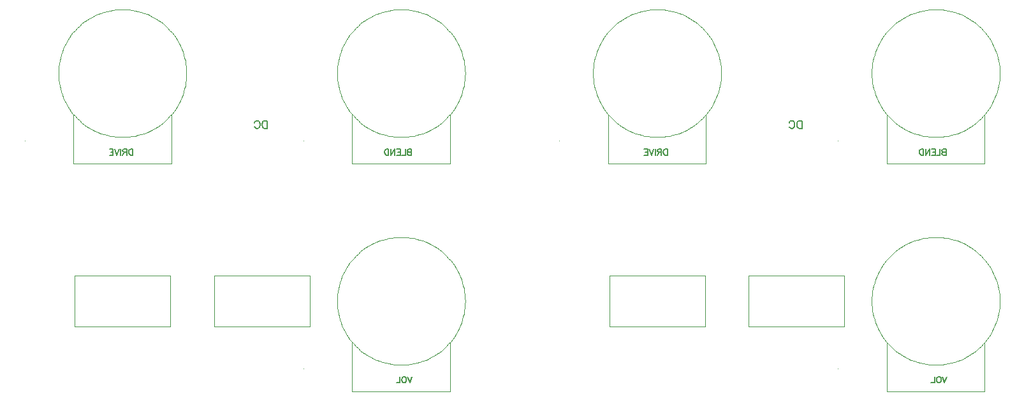
<source format=gbo>
%FSLAX46Y46*%
%MOMM*%
%ADD11C,0.050000*%
%ADD10C,0.150000*%
G01*
G01*
%LPD*%
D10*
X40209524Y68973808D02*
X40209524Y69973808D01*
D10*
X39876192Y69973808D02*
X40209524Y69973808D01*
D10*
X39733332Y69926192D02*
X39876192Y69973808D01*
D10*
X39638096Y69830952D02*
X39733332Y69926192D01*
D10*
X39590476Y69735712D02*
X39638096Y69830952D01*
D10*
X39542856Y69592856D02*
X39590476Y69735712D01*
D10*
X39542856Y69354760D02*
X39542856Y69592856D01*
D10*
X39590476Y69211904D02*
X39542856Y69354760D01*
D10*
X39638096Y69116664D02*
X39590476Y69211904D01*
D10*
X39733332Y69021432D02*
X39638096Y69116664D01*
D10*
X39876192Y68973808D02*
X39733332Y69021432D01*
D10*
X40209524Y68973808D02*
X39876192Y68973808D01*
D10*
X38590476Y69830952D02*
X38542856Y69735712D01*
D10*
X38685716Y69926192D02*
X38590476Y69830952D01*
D10*
X38780952Y69973808D02*
X38685716Y69926192D01*
D10*
X38971428Y69973808D02*
X38780952Y69973808D01*
D10*
X39066668Y69926192D02*
X38971428Y69973808D01*
D10*
X39161904Y69830952D02*
X39066668Y69926192D01*
D10*
X39209524Y69735712D02*
X39161904Y69830952D01*
D10*
X39257144Y69592856D02*
X39209524Y69735712D01*
D10*
X39257144Y69354760D02*
X39257144Y69592856D01*
D10*
X39209524Y69211904D02*
X39257144Y69354760D01*
D10*
X39161904Y69116664D02*
X39209524Y69211904D01*
D10*
X39066668Y69021432D02*
X39161904Y69116664D01*
D10*
X38971428Y68973808D02*
X39066668Y69021432D01*
D10*
X38780952Y68973808D02*
X38971428Y68973808D01*
D10*
X38685716Y69021432D02*
X38780952Y68973808D01*
D10*
X38590476Y69116664D02*
X38685716Y69021432D01*
D10*
X38542856Y69211904D02*
X38590476Y69116664D01*
D10*
X59157144Y35119048D02*
X59461904Y35919048D01*
D10*
X59157144Y35119048D02*
X58852380Y35919048D01*
D10*
X58547620Y35880952D02*
X58471428Y35919048D01*
D10*
X58623808Y35804760D02*
X58547620Y35880952D01*
D10*
X58661904Y35728572D02*
X58623808Y35804760D01*
D10*
X58700000Y35614284D02*
X58661904Y35728572D01*
D10*
X58700000Y35423808D02*
X58700000Y35614284D01*
D10*
X58661904Y35309524D02*
X58700000Y35423808D01*
D10*
X58623808Y35233332D02*
X58661904Y35309524D01*
D10*
X58547620Y35157144D02*
X58623808Y35233332D01*
D10*
X58471428Y35119048D02*
X58547620Y35157144D01*
D10*
X58319048Y35119048D02*
X58471428Y35119048D01*
D10*
X58242856Y35157144D02*
X58319048Y35119048D01*
D10*
X58166668Y35233332D02*
X58242856Y35157144D01*
D10*
X58128572Y35309524D02*
X58166668Y35233332D01*
D10*
X58090476Y35423808D02*
X58128572Y35309524D01*
D10*
X58090476Y35614284D02*
X58090476Y35423808D01*
D10*
X58128572Y35728572D02*
X58090476Y35614284D01*
D10*
X58166668Y35804760D02*
X58128572Y35728572D01*
D10*
X58242856Y35880952D02*
X58166668Y35804760D01*
D10*
X58319048Y35919048D02*
X58242856Y35880952D01*
D10*
X58471428Y35919048D02*
X58319048Y35919048D01*
D10*
X57823808Y35119048D02*
X57823808Y35919048D01*
D10*
X57366668Y35119048D02*
X57823808Y35119048D01*
D10*
X59347620Y65419048D02*
X59347620Y66219048D01*
D10*
X59004760Y66219048D02*
X59347620Y66219048D01*
D10*
X58890476Y66180952D02*
X59004760Y66219048D01*
D10*
X58852380Y66142856D02*
X58890476Y66180952D01*
D10*
X58814284Y66066668D02*
X58852380Y66142856D01*
D10*
X58814284Y65990476D02*
X58814284Y66066668D01*
D10*
X58852380Y65914284D02*
X58814284Y65990476D01*
D10*
X58890476Y65876192D02*
X58852380Y65914284D01*
D10*
X59004760Y65838096D02*
X58890476Y65876192D01*
D10*
X59004760Y65838096D02*
X59347620Y65838096D01*
D10*
X58890476Y65800000D02*
X59004760Y65838096D01*
D10*
X58852380Y65761904D02*
X58890476Y65800000D01*
D10*
X58814284Y65685716D02*
X58852380Y65761904D01*
D10*
X58814284Y65571428D02*
X58814284Y65685716D01*
D10*
X58852380Y65495240D02*
X58814284Y65571428D01*
D10*
X58890476Y65457144D02*
X58852380Y65495240D01*
D10*
X59004760Y65419048D02*
X58890476Y65457144D01*
D10*
X59347620Y65419048D02*
X59004760Y65419048D01*
D10*
X58547620Y65419048D02*
X58547620Y66219048D01*
D10*
X58090476Y65419048D02*
X58547620Y65419048D01*
D10*
X57900000Y65419048D02*
X57900000Y66219048D01*
D10*
X57404760Y66219048D02*
X57900000Y66219048D01*
D10*
X57595240Y65838096D02*
X57900000Y65838096D01*
D10*
X57404760Y65419048D02*
X57900000Y65419048D01*
D10*
X57176192Y65419048D02*
X57176192Y66219048D01*
D10*
X56642856Y65419048D02*
X57176192Y66219048D01*
D10*
X56642856Y65419048D02*
X56642856Y66219048D01*
D10*
X56338096Y65419048D02*
X56338096Y66219048D01*
D10*
X56071428Y66219048D02*
X56338096Y66219048D01*
D10*
X55957144Y66180952D02*
X56071428Y66219048D01*
D10*
X55880952Y66104760D02*
X55957144Y66180952D01*
D10*
X55842856Y66028572D02*
X55880952Y66104760D01*
D10*
X55804760Y65914284D02*
X55842856Y66028572D01*
D10*
X55804760Y65723808D02*
X55804760Y65914284D01*
D10*
X55842856Y65609524D02*
X55804760Y65723808D01*
D10*
X55880952Y65533332D02*
X55842856Y65609524D01*
D10*
X55957144Y65457144D02*
X55880952Y65533332D01*
D10*
X56071428Y65419048D02*
X55957144Y65457144D01*
D10*
X56338096Y65419048D02*
X56071428Y65419048D01*
D10*
X22347620Y65419048D02*
X22347620Y66219048D01*
D10*
X22080952Y66219048D02*
X22347620Y66219048D01*
D10*
X21966666Y66180952D02*
X22080952Y66219048D01*
D10*
X21890476Y66104760D02*
X21966666Y66180952D01*
D10*
X21852380Y66028572D02*
X21890476Y66104760D01*
D10*
X21814286Y65914284D02*
X21852380Y66028572D01*
D10*
X21814286Y65723808D02*
X21814286Y65914284D01*
D10*
X21852380Y65609524D02*
X21814286Y65723808D01*
D10*
X21890476Y65533332D02*
X21852380Y65609524D01*
D10*
X21966666Y65457144D02*
X21890476Y65533332D01*
D10*
X22080952Y65419048D02*
X21966666Y65457144D01*
D10*
X22347620Y65419048D02*
X22080952Y65419048D01*
D10*
X21547620Y65419048D02*
X21547620Y66219048D01*
D10*
X21204762Y66219048D02*
X21547620Y66219048D01*
D10*
X21090476Y66180952D02*
X21204762Y66219048D01*
D10*
X21052380Y66142856D02*
X21090476Y66180952D01*
D10*
X21014286Y66066668D02*
X21052380Y66142856D01*
D10*
X21014286Y65990476D02*
X21014286Y66066668D01*
D10*
X21052380Y65914284D02*
X21014286Y65990476D01*
D10*
X21090476Y65876192D02*
X21052380Y65914284D01*
D10*
X21204762Y65838096D02*
X21090476Y65876192D01*
D10*
X21547620Y65838096D02*
X21204762Y65838096D01*
D10*
X21014286Y65419048D02*
X21280952Y65838096D01*
D10*
X20747620Y65419048D02*
X20747620Y66219048D01*
D10*
X20252380Y65419048D02*
X20557142Y66219048D01*
D10*
X20252380Y65419048D02*
X19947620Y66219048D01*
D10*
X19757142Y65419048D02*
X19757142Y66219048D01*
D10*
X19261904Y66219048D02*
X19757142Y66219048D01*
D10*
X19452380Y65838096D02*
X19757142Y65838096D01*
D10*
X19261904Y65419048D02*
X19757142Y65419048D01*
D11*
X27500000Y64300000D02*
X14500000Y64300000D01*
D11*
X27500000Y70800000D02*
X27500000Y64300000D01*
D11*
X8000000Y67300000D02*
X8000000Y67300000D01*
D11*
X14500000Y64300000D02*
X14500000Y70800000D01*
D11*
X12500000Y76300000D02*
X12510239Y76717075D01*
D11*
X12510239Y76717075D02*
X12540930Y77133145D01*
D11*
X12540930Y77133145D02*
X12592000Y77547209D01*
D11*
X12592000Y77547209D02*
X12663326Y77958267D01*
D11*
X12663326Y77958267D02*
X12754735Y78365331D01*
D11*
X12754735Y78365331D02*
X12866007Y78767420D01*
D11*
X12866007Y78767420D02*
X12996876Y79163563D01*
D11*
X12996876Y79163563D02*
X13147024Y79552809D01*
D11*
X13147024Y79552809D02*
X13316091Y79934218D01*
D11*
X13316091Y79934218D02*
X13503669Y80306872D01*
D11*
X13503669Y80306872D02*
X13709307Y80669873D01*
D11*
X13709307Y80669873D02*
X13932509Y81022347D01*
D11*
X13932509Y81022347D02*
X14172736Y81363444D01*
D11*
X14172736Y81363444D02*
X14429412Y81692343D01*
D11*
X14429412Y81692343D02*
X14701916Y82008251D01*
D11*
X14701916Y82008251D02*
X14989593Y82310408D01*
D11*
X14989593Y82310408D02*
X15291750Y82598085D01*
D11*
X15291750Y82598085D02*
X15607658Y82870589D01*
D11*
X15607658Y82870589D02*
X15936557Y83127265D01*
D11*
X15936557Y83127265D02*
X16277654Y83367492D01*
D11*
X16277654Y83367492D02*
X16630128Y83590694D01*
D11*
X16630128Y83590694D02*
X16993130Y83796331D01*
D11*
X16993130Y83796331D02*
X17365784Y83983909D01*
D11*
X17365784Y83983909D02*
X17747193Y84152977D01*
D11*
X17747193Y84152977D02*
X18136439Y84303125D01*
D11*
X18136439Y84303125D02*
X18532583Y84433993D01*
D11*
X18532583Y84433993D02*
X18934671Y84545266D01*
D11*
X18934671Y84545266D02*
X19341735Y84636675D01*
D11*
X19341735Y84636675D02*
X19752794Y84708001D01*
D11*
X19752794Y84708001D02*
X20166858Y84759071D01*
D11*
X20166858Y84759071D02*
X20582928Y84789761D01*
D11*
X20582928Y84789761D02*
X21000003Y84800000D01*
D11*
X21000003Y84800000D02*
X21417078Y84789761D01*
D11*
X21417078Y84789761D02*
X21833149Y84759070D01*
D11*
X21833149Y84759070D02*
X22247212Y84708000D01*
D11*
X22247212Y84708000D02*
X22658271Y84636674D01*
D11*
X22658271Y84636674D02*
X23065335Y84545264D01*
D11*
X23065335Y84545264D02*
X23467424Y84433991D01*
D11*
X23467424Y84433991D02*
X23863568Y84303123D01*
D11*
X23863568Y84303123D02*
X24252813Y84152974D01*
D11*
X24252813Y84152974D02*
X24634221Y83983907D01*
D11*
X24634221Y83983907D02*
X25006874Y83796329D01*
D11*
X25006874Y83796329D02*
X25369875Y83590692D01*
D11*
X25369875Y83590692D02*
X25722348Y83367491D01*
D11*
X25722348Y83367491D02*
X26063444Y83127264D01*
D11*
X26063444Y83127264D02*
X26392343Y82870589D01*
D11*
X26392343Y82870589D02*
X26708250Y82598085D01*
D11*
X26708250Y82598085D02*
X27010406Y82310409D01*
D11*
X27010406Y82310409D02*
X27298082Y82008253D01*
D11*
X27298082Y82008253D02*
X27570586Y81692346D01*
D11*
X27570586Y81692346D02*
X27827261Y81363447D01*
D11*
X27827261Y81363447D02*
X28067488Y81022351D01*
D11*
X28067488Y81022351D02*
X28290690Y80669878D01*
D11*
X28290690Y80669878D02*
X28496327Y80306878D01*
D11*
X28496327Y80306878D02*
X28683905Y79934225D01*
D11*
X28683905Y79934225D02*
X28852972Y79552817D01*
D11*
X28852972Y79552817D02*
X29003121Y79163572D01*
D11*
X29003121Y79163572D02*
X29133990Y78767429D01*
D11*
X29133990Y78767429D02*
X29245262Y78365342D01*
D11*
X29245262Y78365342D02*
X29336672Y77958279D01*
D11*
X29336672Y77958279D02*
X29407998Y77547221D01*
D11*
X29407998Y77547221D02*
X29459069Y77133159D01*
D11*
X29459069Y77133159D02*
X29489761Y76717089D01*
D11*
X29489761Y76717089D02*
X29500000Y76300015D01*
D11*
X29500000Y76300000D02*
X29489761Y75882925D01*
D11*
X29489761Y75882925D02*
X29459070Y75466856D01*
D11*
X29459070Y75466856D02*
X29408000Y75052793D01*
D11*
X29408000Y75052793D02*
X29336675Y74641735D01*
D11*
X29336675Y74641735D02*
X29245266Y74234672D01*
D11*
X29245266Y74234672D02*
X29133994Y73832585D01*
D11*
X29133994Y73832585D02*
X29003126Y73436441D01*
D11*
X29003126Y73436441D02*
X28852978Y73047197D01*
D11*
X28852978Y73047197D02*
X28683911Y72665788D01*
D11*
X28683911Y72665788D02*
X28496334Y72293135D01*
D11*
X28496334Y72293135D02*
X28290697Y71930134D01*
D11*
X28290697Y71930134D02*
X28067497Y71577661D01*
D11*
X28067497Y71577661D02*
X27827270Y71236564D01*
D11*
X27827270Y71236564D02*
X27570596Y70907666D01*
D11*
X27570596Y70907666D02*
X27298092Y70591758D01*
D11*
X27298092Y70591758D02*
X27010416Y70289602D01*
D11*
X27010416Y70289602D02*
X26708261Y70001925D01*
D11*
X26708261Y70001925D02*
X26392352Y69729419D01*
D11*
X26392352Y69729419D02*
X26063453Y69472743D01*
D11*
X26063453Y69472743D02*
X25722355Y69232514D01*
D11*
X25722355Y69232514D02*
X25369881Y69009312D01*
D11*
X25369881Y69009312D02*
X25006879Y68803673D01*
D11*
X25006879Y68803673D02*
X24634224Y68616094D01*
D11*
X24634224Y68616094D02*
X24252814Y68447026D01*
D11*
X24252814Y68447026D02*
X23863567Y68296877D01*
D11*
X23863567Y68296877D02*
X23467422Y68166008D01*
D11*
X23467422Y68166008D02*
X23065333Y68054735D01*
D11*
X23065333Y68054735D02*
X22658268Y67963326D01*
D11*
X22658268Y67963326D02*
X22247208Y67892000D01*
D11*
X22247208Y67892000D02*
X21833143Y67840930D01*
D11*
X21833143Y67840930D02*
X21417072Y67810239D01*
D11*
X21417072Y67810239D02*
X20999996Y67800000D01*
D11*
X20999996Y67800000D02*
X20582920Y67810239D01*
D11*
X20582920Y67810239D02*
X20166848Y67840930D01*
D11*
X20166848Y67840930D02*
X19752784Y67892001D01*
D11*
X19752784Y67892001D02*
X19341724Y67963327D01*
D11*
X19341724Y67963327D02*
X18934659Y68054737D01*
D11*
X18934659Y68054737D02*
X18532570Y68166011D01*
D11*
X18532570Y68166011D02*
X18136425Y68296880D01*
D11*
X18136425Y68296880D02*
X17747179Y68447030D01*
D11*
X17747179Y68447030D02*
X17365769Y68616098D01*
D11*
X17365769Y68616098D02*
X16993114Y68803677D01*
D11*
X16993114Y68803677D02*
X16630112Y69009316D01*
D11*
X16630112Y69009316D02*
X16277638Y69232519D01*
D11*
X16277638Y69232519D02*
X15936540Y69472748D01*
D11*
X15936540Y69472748D02*
X15607641Y69729425D01*
D11*
X15607641Y69729425D02*
X15291733Y70001930D01*
D11*
X15291733Y70001930D02*
X14989577Y70289609D01*
D11*
X14989577Y70289609D02*
X14701900Y70591767D01*
D11*
X14701900Y70591767D02*
X14429395Y70907677D01*
D11*
X14429395Y70907677D02*
X14172720Y71236577D01*
D11*
X14172720Y71236577D02*
X13932493Y71577676D01*
D11*
X13932493Y71577676D02*
X13709292Y71930152D01*
D11*
X13709292Y71930152D02*
X13503655Y72293155D01*
D11*
X13503655Y72293155D02*
X13316078Y72665811D01*
D11*
X13316078Y72665811D02*
X13147012Y73047221D01*
D11*
X13147012Y73047221D02*
X12996864Y73436468D01*
D11*
X12996864Y73436468D02*
X12865997Y73832614D01*
D11*
X12865997Y73832614D02*
X12754726Y74234704D01*
D11*
X12754726Y74234704D02*
X12663318Y74641769D01*
D11*
X12663318Y74641769D02*
X12591994Y75052829D01*
D11*
X12591994Y75052829D02*
X12540926Y75466894D01*
D11*
X12540926Y75466894D02*
X12510237Y75882966D01*
D11*
X12510237Y75882966D02*
X12500000Y76300042D01*
D11*
X64500000Y34000000D02*
X51500000Y34000000D01*
D11*
X64500000Y40500000D02*
X64500000Y34000000D01*
D11*
X45000000Y37000000D02*
X45000000Y37000000D01*
D11*
X51500000Y34000000D02*
X51500000Y40500000D01*
D11*
X49500000Y46000000D02*
X49510239Y46417075D01*
D11*
X49510239Y46417075D02*
X49540930Y46833145D01*
D11*
X49540930Y46833145D02*
X49592000Y47247209D01*
D11*
X49592000Y47247209D02*
X49663326Y47658267D01*
D11*
X49663326Y47658267D02*
X49754735Y48065331D01*
D11*
X49754735Y48065331D02*
X49866007Y48467420D01*
D11*
X49866007Y48467420D02*
X49996876Y48863563D01*
D11*
X49996876Y48863563D02*
X50147024Y49252809D01*
D11*
X50147024Y49252809D02*
X50316091Y49634218D01*
D11*
X50316091Y49634218D02*
X50503669Y50006872D01*
D11*
X50503669Y50006872D02*
X50709307Y50369873D01*
D11*
X50709307Y50369873D02*
X50932509Y50722347D01*
D11*
X50932509Y50722347D02*
X51172736Y51063444D01*
D11*
X51172736Y51063444D02*
X51429412Y51392343D01*
D11*
X51429412Y51392343D02*
X51701916Y51708251D01*
D11*
X51701916Y51708251D02*
X51989593Y52010408D01*
D11*
X51989593Y52010408D02*
X52291750Y52298085D01*
D11*
X52291750Y52298085D02*
X52607658Y52570589D01*
D11*
X52607658Y52570589D02*
X52936557Y52827265D01*
D11*
X52936557Y52827265D02*
X53277654Y53067492D01*
D11*
X53277654Y53067492D02*
X53630128Y53290694D01*
D11*
X53630128Y53290694D02*
X53993130Y53496331D01*
D11*
X53993130Y53496331D02*
X54365784Y53683909D01*
D11*
X54365784Y53683909D02*
X54747193Y53852977D01*
D11*
X54747193Y53852977D02*
X55136439Y54003125D01*
D11*
X55136439Y54003125D02*
X55532583Y54133993D01*
D11*
X55532583Y54133993D02*
X55934671Y54245266D01*
D11*
X55934671Y54245266D02*
X56341735Y54336675D01*
D11*
X56341735Y54336675D02*
X56752794Y54408001D01*
D11*
X56752794Y54408001D02*
X57166858Y54459071D01*
D11*
X57166858Y54459071D02*
X57582928Y54489761D01*
D11*
X57582928Y54489761D02*
X58000003Y54500000D01*
D11*
X58000003Y54500000D02*
X58417078Y54489761D01*
D11*
X58417078Y54489761D02*
X58833149Y54459070D01*
D11*
X58833149Y54459070D02*
X59247212Y54408000D01*
D11*
X59247212Y54408000D02*
X59658271Y54336674D01*
D11*
X59658271Y54336674D02*
X60065335Y54245264D01*
D11*
X60065335Y54245264D02*
X60467424Y54133991D01*
D11*
X60467424Y54133991D02*
X60863568Y54003123D01*
D11*
X60863568Y54003123D02*
X61252813Y53852974D01*
D11*
X61252813Y53852974D02*
X61634221Y53683907D01*
D11*
X61634221Y53683907D02*
X62006874Y53496329D01*
D11*
X62006874Y53496329D02*
X62369875Y53290692D01*
D11*
X62369875Y53290692D02*
X62722348Y53067491D01*
D11*
X62722348Y53067491D02*
X63063444Y52827264D01*
D11*
X63063444Y52827264D02*
X63392343Y52570589D01*
D11*
X63392343Y52570589D02*
X63708250Y52298085D01*
D11*
X63708250Y52298085D02*
X64010406Y52010409D01*
D11*
X64010406Y52010409D02*
X64298082Y51708253D01*
D11*
X64298082Y51708253D02*
X64570586Y51392346D01*
D11*
X64570586Y51392346D02*
X64827261Y51063447D01*
D11*
X64827261Y51063447D02*
X65067488Y50722351D01*
D11*
X65067488Y50722351D02*
X65290690Y50369878D01*
D11*
X65290690Y50369878D02*
X65496327Y50006878D01*
D11*
X65496327Y50006878D02*
X65683905Y49634225D01*
D11*
X65683905Y49634225D02*
X65852972Y49252817D01*
D11*
X65852972Y49252817D02*
X66003121Y48863572D01*
D11*
X66003121Y48863572D02*
X66133990Y48467429D01*
D11*
X66133990Y48467429D02*
X66245262Y48065342D01*
D11*
X66245262Y48065342D02*
X66336672Y47658279D01*
D11*
X66336672Y47658279D02*
X66407998Y47247221D01*
D11*
X66407998Y47247221D02*
X66459069Y46833159D01*
D11*
X66459069Y46833159D02*
X66489761Y46417089D01*
D11*
X66489761Y46417089D02*
X66500000Y46000015D01*
D11*
X66500000Y46000000D02*
X66489761Y45582925D01*
D11*
X66489761Y45582925D02*
X66459070Y45166856D01*
D11*
X66459070Y45166856D02*
X66408000Y44752793D01*
D11*
X66408000Y44752793D02*
X66336675Y44341735D01*
D11*
X66336675Y44341735D02*
X66245266Y43934672D01*
D11*
X66245266Y43934672D02*
X66133994Y43532585D01*
D11*
X66133994Y43532585D02*
X66003126Y43136441D01*
D11*
X66003126Y43136441D02*
X65852978Y42747197D01*
D11*
X65852978Y42747197D02*
X65683911Y42365788D01*
D11*
X65683911Y42365788D02*
X65496334Y41993135D01*
D11*
X65496334Y41993135D02*
X65290697Y41630134D01*
D11*
X65290697Y41630134D02*
X65067497Y41277661D01*
D11*
X65067497Y41277661D02*
X64827270Y40936564D01*
D11*
X64827270Y40936564D02*
X64570596Y40607666D01*
D11*
X64570596Y40607666D02*
X64298092Y40291758D01*
D11*
X64298092Y40291758D02*
X64010416Y39989602D01*
D11*
X64010416Y39989602D02*
X63708261Y39701925D01*
D11*
X63708261Y39701925D02*
X63392352Y39429419D01*
D11*
X63392352Y39429419D02*
X63063453Y39172743D01*
D11*
X63063453Y39172743D02*
X62722355Y38932514D01*
D11*
X62722355Y38932514D02*
X62369881Y38709312D01*
D11*
X62369881Y38709312D02*
X62006879Y38503673D01*
D11*
X62006879Y38503673D02*
X61634224Y38316094D01*
D11*
X61634224Y38316094D02*
X61252814Y38147026D01*
D11*
X61252814Y38147026D02*
X60863567Y37996877D01*
D11*
X60863567Y37996877D02*
X60467422Y37866008D01*
D11*
X60467422Y37866008D02*
X60065333Y37754735D01*
D11*
X60065333Y37754735D02*
X59658268Y37663326D01*
D11*
X59658268Y37663326D02*
X59247208Y37592000D01*
D11*
X59247208Y37592000D02*
X58833143Y37540930D01*
D11*
X58833143Y37540930D02*
X58417072Y37510239D01*
D11*
X58417072Y37510239D02*
X57999996Y37500000D01*
D11*
X57999996Y37500000D02*
X57582920Y37510239D01*
D11*
X57582920Y37510239D02*
X57166848Y37540930D01*
D11*
X57166848Y37540930D02*
X56752784Y37592001D01*
D11*
X56752784Y37592001D02*
X56341724Y37663327D01*
D11*
X56341724Y37663327D02*
X55934659Y37754737D01*
D11*
X55934659Y37754737D02*
X55532570Y37866011D01*
D11*
X55532570Y37866011D02*
X55136425Y37996880D01*
D11*
X55136425Y37996880D02*
X54747179Y38147030D01*
D11*
X54747179Y38147030D02*
X54365769Y38316098D01*
D11*
X54365769Y38316098D02*
X53993114Y38503677D01*
D11*
X53993114Y38503677D02*
X53630112Y38709316D01*
D11*
X53630112Y38709316D02*
X53277638Y38932519D01*
D11*
X53277638Y38932519D02*
X52936540Y39172748D01*
D11*
X52936540Y39172748D02*
X52607641Y39429425D01*
D11*
X52607641Y39429425D02*
X52291733Y39701930D01*
D11*
X52291733Y39701930D02*
X51989577Y39989609D01*
D11*
X51989577Y39989609D02*
X51701900Y40291767D01*
D11*
X51701900Y40291767D02*
X51429395Y40607677D01*
D11*
X51429395Y40607677D02*
X51172720Y40936577D01*
D11*
X51172720Y40936577D02*
X50932493Y41277676D01*
D11*
X50932493Y41277676D02*
X50709292Y41630152D01*
D11*
X50709292Y41630152D02*
X50503655Y41993155D01*
D11*
X50503655Y41993155D02*
X50316078Y42365811D01*
D11*
X50316078Y42365811D02*
X50147012Y42747221D01*
D11*
X50147012Y42747221D02*
X49996864Y43136468D01*
D11*
X49996864Y43136468D02*
X49865997Y43532614D01*
D11*
X49865997Y43532614D02*
X49754726Y43934704D01*
D11*
X49754726Y43934704D02*
X49663318Y44341769D01*
D11*
X49663318Y44341769D02*
X49591994Y44752829D01*
D11*
X49591994Y44752829D02*
X49540926Y45166894D01*
D11*
X49540926Y45166894D02*
X49510237Y45582966D01*
D11*
X49510237Y45582966D02*
X49500000Y46000042D01*
D11*
X64500000Y64300000D02*
X51500000Y64300000D01*
D11*
X64500000Y70800000D02*
X64500000Y64300000D01*
D11*
X45000000Y67300000D02*
X45000000Y67300000D01*
D11*
X51500000Y64300000D02*
X51500000Y70800000D01*
D11*
X49500000Y76300000D02*
X49510239Y76717075D01*
D11*
X49510239Y76717075D02*
X49540930Y77133145D01*
D11*
X49540930Y77133145D02*
X49592000Y77547209D01*
D11*
X49592000Y77547209D02*
X49663326Y77958267D01*
D11*
X49663326Y77958267D02*
X49754735Y78365331D01*
D11*
X49754735Y78365331D02*
X49866007Y78767420D01*
D11*
X49866007Y78767420D02*
X49996876Y79163563D01*
D11*
X49996876Y79163563D02*
X50147024Y79552809D01*
D11*
X50147024Y79552809D02*
X50316091Y79934218D01*
D11*
X50316091Y79934218D02*
X50503669Y80306872D01*
D11*
X50503669Y80306872D02*
X50709307Y80669873D01*
D11*
X50709307Y80669873D02*
X50932509Y81022347D01*
D11*
X50932509Y81022347D02*
X51172736Y81363444D01*
D11*
X51172736Y81363444D02*
X51429412Y81692343D01*
D11*
X51429412Y81692343D02*
X51701916Y82008251D01*
D11*
X51701916Y82008251D02*
X51989593Y82310408D01*
D11*
X51989593Y82310408D02*
X52291750Y82598085D01*
D11*
X52291750Y82598085D02*
X52607658Y82870589D01*
D11*
X52607658Y82870589D02*
X52936557Y83127265D01*
D11*
X52936557Y83127265D02*
X53277654Y83367492D01*
D11*
X53277654Y83367492D02*
X53630128Y83590694D01*
D11*
X53630128Y83590694D02*
X53993130Y83796331D01*
D11*
X53993130Y83796331D02*
X54365784Y83983909D01*
D11*
X54365784Y83983909D02*
X54747193Y84152977D01*
D11*
X54747193Y84152977D02*
X55136439Y84303125D01*
D11*
X55136439Y84303125D02*
X55532583Y84433993D01*
D11*
X55532583Y84433993D02*
X55934671Y84545266D01*
D11*
X55934671Y84545266D02*
X56341735Y84636675D01*
D11*
X56341735Y84636675D02*
X56752794Y84708001D01*
D11*
X56752794Y84708001D02*
X57166858Y84759071D01*
D11*
X57166858Y84759071D02*
X57582928Y84789761D01*
D11*
X57582928Y84789761D02*
X58000003Y84800000D01*
D11*
X58000003Y84800000D02*
X58417078Y84789761D01*
D11*
X58417078Y84789761D02*
X58833149Y84759070D01*
D11*
X58833149Y84759070D02*
X59247212Y84708000D01*
D11*
X59247212Y84708000D02*
X59658271Y84636674D01*
D11*
X59658271Y84636674D02*
X60065335Y84545264D01*
D11*
X60065335Y84545264D02*
X60467424Y84433991D01*
D11*
X60467424Y84433991D02*
X60863568Y84303123D01*
D11*
X60863568Y84303123D02*
X61252813Y84152974D01*
D11*
X61252813Y84152974D02*
X61634221Y83983907D01*
D11*
X61634221Y83983907D02*
X62006874Y83796329D01*
D11*
X62006874Y83796329D02*
X62369875Y83590692D01*
D11*
X62369875Y83590692D02*
X62722348Y83367491D01*
D11*
X62722348Y83367491D02*
X63063444Y83127264D01*
D11*
X63063444Y83127264D02*
X63392343Y82870589D01*
D11*
X63392343Y82870589D02*
X63708250Y82598085D01*
D11*
X63708250Y82598085D02*
X64010406Y82310409D01*
D11*
X64010406Y82310409D02*
X64298082Y82008253D01*
D11*
X64298082Y82008253D02*
X64570586Y81692346D01*
D11*
X64570586Y81692346D02*
X64827261Y81363447D01*
D11*
X64827261Y81363447D02*
X65067488Y81022351D01*
D11*
X65067488Y81022351D02*
X65290690Y80669878D01*
D11*
X65290690Y80669878D02*
X65496327Y80306878D01*
D11*
X65496327Y80306878D02*
X65683905Y79934225D01*
D11*
X65683905Y79934225D02*
X65852972Y79552817D01*
D11*
X65852972Y79552817D02*
X66003121Y79163572D01*
D11*
X66003121Y79163572D02*
X66133990Y78767429D01*
D11*
X66133990Y78767429D02*
X66245262Y78365342D01*
D11*
X66245262Y78365342D02*
X66336672Y77958279D01*
D11*
X66336672Y77958279D02*
X66407998Y77547221D01*
D11*
X66407998Y77547221D02*
X66459069Y77133159D01*
D11*
X66459069Y77133159D02*
X66489761Y76717089D01*
D11*
X66489761Y76717089D02*
X66500000Y76300015D01*
D11*
X66500000Y76300000D02*
X66489761Y75882925D01*
D11*
X66489761Y75882925D02*
X66459070Y75466856D01*
D11*
X66459070Y75466856D02*
X66408000Y75052793D01*
D11*
X66408000Y75052793D02*
X66336675Y74641735D01*
D11*
X66336675Y74641735D02*
X66245266Y74234672D01*
D11*
X66245266Y74234672D02*
X66133994Y73832585D01*
D11*
X66133994Y73832585D02*
X66003126Y73436441D01*
D11*
X66003126Y73436441D02*
X65852978Y73047197D01*
D11*
X65852978Y73047197D02*
X65683911Y72665788D01*
D11*
X65683911Y72665788D02*
X65496334Y72293135D01*
D11*
X65496334Y72293135D02*
X65290697Y71930134D01*
D11*
X65290697Y71930134D02*
X65067497Y71577661D01*
D11*
X65067497Y71577661D02*
X64827270Y71236564D01*
D11*
X64827270Y71236564D02*
X64570596Y70907666D01*
D11*
X64570596Y70907666D02*
X64298092Y70591758D01*
D11*
X64298092Y70591758D02*
X64010416Y70289602D01*
D11*
X64010416Y70289602D02*
X63708261Y70001925D01*
D11*
X63708261Y70001925D02*
X63392352Y69729419D01*
D11*
X63392352Y69729419D02*
X63063453Y69472743D01*
D11*
X63063453Y69472743D02*
X62722355Y69232514D01*
D11*
X62722355Y69232514D02*
X62369881Y69009312D01*
D11*
X62369881Y69009312D02*
X62006879Y68803673D01*
D11*
X62006879Y68803673D02*
X61634224Y68616094D01*
D11*
X61634224Y68616094D02*
X61252814Y68447026D01*
D11*
X61252814Y68447026D02*
X60863567Y68296877D01*
D11*
X60863567Y68296877D02*
X60467422Y68166008D01*
D11*
X60467422Y68166008D02*
X60065333Y68054735D01*
D11*
X60065333Y68054735D02*
X59658268Y67963326D01*
D11*
X59658268Y67963326D02*
X59247208Y67892000D01*
D11*
X59247208Y67892000D02*
X58833143Y67840930D01*
D11*
X58833143Y67840930D02*
X58417072Y67810239D01*
D11*
X58417072Y67810239D02*
X57999996Y67800000D01*
D11*
X57999996Y67800000D02*
X57582920Y67810239D01*
D11*
X57582920Y67810239D02*
X57166848Y67840930D01*
D11*
X57166848Y67840930D02*
X56752784Y67892001D01*
D11*
X56752784Y67892001D02*
X56341724Y67963327D01*
D11*
X56341724Y67963327D02*
X55934659Y68054737D01*
D11*
X55934659Y68054737D02*
X55532570Y68166011D01*
D11*
X55532570Y68166011D02*
X55136425Y68296880D01*
D11*
X55136425Y68296880D02*
X54747179Y68447030D01*
D11*
X54747179Y68447030D02*
X54365769Y68616098D01*
D11*
X54365769Y68616098D02*
X53993114Y68803677D01*
D11*
X53993114Y68803677D02*
X53630112Y69009316D01*
D11*
X53630112Y69009316D02*
X53277638Y69232519D01*
D11*
X53277638Y69232519D02*
X52936540Y69472748D01*
D11*
X52936540Y69472748D02*
X52607641Y69729425D01*
D11*
X52607641Y69729425D02*
X52291733Y70001930D01*
D11*
X52291733Y70001930D02*
X51989577Y70289609D01*
D11*
X51989577Y70289609D02*
X51701900Y70591767D01*
D11*
X51701900Y70591767D02*
X51429395Y70907677D01*
D11*
X51429395Y70907677D02*
X51172720Y71236577D01*
D11*
X51172720Y71236577D02*
X50932493Y71577676D01*
D11*
X50932493Y71577676D02*
X50709292Y71930152D01*
D11*
X50709292Y71930152D02*
X50503655Y72293155D01*
D11*
X50503655Y72293155D02*
X50316078Y72665811D01*
D11*
X50316078Y72665811D02*
X50147012Y73047221D01*
D11*
X50147012Y73047221D02*
X49996864Y73436468D01*
D11*
X49996864Y73436468D02*
X49865997Y73832614D01*
D11*
X49865997Y73832614D02*
X49754726Y74234704D01*
D11*
X49754726Y74234704D02*
X49663318Y74641769D01*
D11*
X49663318Y74641769D02*
X49591994Y75052829D01*
D11*
X49591994Y75052829D02*
X49540926Y75466894D01*
D11*
X49540926Y75466894D02*
X49510237Y75882966D01*
D11*
X49510237Y75882966D02*
X49500000Y76300042D01*
D11*
X27350000Y49400000D02*
X14650000Y49400000D01*
D11*
X27350000Y42600000D02*
X27350000Y49400000D01*
D11*
X14650000Y49400000D02*
X14650000Y42600000D01*
D11*
X14650000Y42600000D02*
X27350000Y42600000D01*
D11*
X45850000Y49400000D02*
X33150000Y49400000D01*
D11*
X45850000Y42600000D02*
X45850000Y49400000D01*
D11*
X33150000Y49400000D02*
X33150000Y42600000D01*
D11*
X33150000Y42600000D02*
X45850000Y42600000D01*
D10*
X111209520Y68973808D02*
X111209520Y69973808D01*
D10*
X110876192Y69973808D02*
X111209520Y69973808D01*
D10*
X110733336Y69926192D02*
X110876192Y69973808D01*
D10*
X110638096Y69830952D02*
X110733336Y69926192D01*
D10*
X110590480Y69735712D02*
X110638096Y69830952D01*
D10*
X110542856Y69592856D02*
X110590480Y69735712D01*
D10*
X110542856Y69354760D02*
X110542856Y69592856D01*
D10*
X110590480Y69211904D02*
X110542856Y69354760D01*
D10*
X110638096Y69116664D02*
X110590480Y69211904D01*
D10*
X110733336Y69021432D02*
X110638096Y69116664D01*
D10*
X110876192Y68973808D02*
X110733336Y69021432D01*
D10*
X111209520Y68973808D02*
X110876192Y68973808D01*
D10*
X109590480Y69830952D02*
X109542856Y69735712D01*
D10*
X109685712Y69926192D02*
X109590480Y69830952D01*
D10*
X109780952Y69973808D02*
X109685712Y69926192D01*
D10*
X109971432Y69973808D02*
X109780952Y69973808D01*
D10*
X110066664Y69926192D02*
X109971432Y69973808D01*
D10*
X110161904Y69830952D02*
X110066664Y69926192D01*
D10*
X110209520Y69735712D02*
X110161904Y69830952D01*
D10*
X110257144Y69592856D02*
X110209520Y69735712D01*
D10*
X110257144Y69354760D02*
X110257144Y69592856D01*
D10*
X110209520Y69211904D02*
X110257144Y69354760D01*
D10*
X110161904Y69116664D02*
X110209520Y69211904D01*
D10*
X110066664Y69021432D02*
X110161904Y69116664D01*
D10*
X109971432Y68973808D02*
X110066664Y69021432D01*
D10*
X109780952Y68973808D02*
X109971432Y68973808D01*
D10*
X109685712Y69021432D02*
X109780952Y68973808D01*
D10*
X109590480Y69116664D02*
X109685712Y69021432D01*
D10*
X109542856Y69211904D02*
X109590480Y69116664D01*
D10*
X130157144Y35119048D02*
X130461904Y35919048D01*
D10*
X130157144Y35119048D02*
X129852384Y35919048D01*
D10*
X129547616Y35880952D02*
X129471432Y35919048D01*
D10*
X129623808Y35804760D02*
X129547616Y35880952D01*
D10*
X129661904Y35728572D02*
X129623808Y35804760D01*
D10*
X129700000Y35614284D02*
X129661904Y35728572D01*
D10*
X129700000Y35423808D02*
X129700000Y35614284D01*
D10*
X129661904Y35309524D02*
X129700000Y35423808D01*
D10*
X129623808Y35233332D02*
X129661904Y35309524D01*
D10*
X129547616Y35157144D02*
X129623808Y35233332D01*
D10*
X129471432Y35119048D02*
X129547616Y35157144D01*
D10*
X129319048Y35119048D02*
X129471432Y35119048D01*
D10*
X129242856Y35157144D02*
X129319048Y35119048D01*
D10*
X129166664Y35233332D02*
X129242856Y35157144D01*
D10*
X129128568Y35309524D02*
X129166664Y35233332D01*
D10*
X129090480Y35423808D02*
X129128568Y35309524D01*
D10*
X129090480Y35614284D02*
X129090480Y35423808D01*
D10*
X129128568Y35728572D02*
X129090480Y35614284D01*
D10*
X129166664Y35804760D02*
X129128568Y35728572D01*
D10*
X129242856Y35880952D02*
X129166664Y35804760D01*
D10*
X129319048Y35919048D02*
X129242856Y35880952D01*
D10*
X129471432Y35919048D02*
X129319048Y35919048D01*
D10*
X128823808Y35119048D02*
X128823808Y35919048D01*
D10*
X128366664Y35119048D02*
X128823808Y35119048D01*
D10*
X130347616Y65419048D02*
X130347616Y66219048D01*
D10*
X130004760Y66219048D02*
X130347616Y66219048D01*
D10*
X129890480Y66180952D02*
X130004760Y66219048D01*
D10*
X129852384Y66142856D02*
X129890480Y66180952D01*
D10*
X129814288Y66066668D02*
X129852384Y66142856D01*
D10*
X129814288Y65990476D02*
X129814288Y66066668D01*
D10*
X129852384Y65914284D02*
X129814288Y65990476D01*
D10*
X129890480Y65876192D02*
X129852384Y65914284D01*
D10*
X130004760Y65838096D02*
X129890480Y65876192D01*
D10*
X130004760Y65838096D02*
X130347616Y65838096D01*
D10*
X129890480Y65800000D02*
X130004760Y65838096D01*
D10*
X129852384Y65761904D02*
X129890480Y65800000D01*
D10*
X129814288Y65685716D02*
X129852384Y65761904D01*
D10*
X129814288Y65571428D02*
X129814288Y65685716D01*
D10*
X129852384Y65495240D02*
X129814288Y65571428D01*
D10*
X129890480Y65457144D02*
X129852384Y65495240D01*
D10*
X130004760Y65419048D02*
X129890480Y65457144D01*
D10*
X130347616Y65419048D02*
X130004760Y65419048D01*
D10*
X129547616Y65419048D02*
X129547616Y66219048D01*
D10*
X129090480Y65419048D02*
X129547616Y65419048D01*
D10*
X128900000Y65419048D02*
X128900000Y66219048D01*
D10*
X128404760Y66219048D02*
X128900000Y66219048D01*
D10*
X128595240Y65838096D02*
X128900000Y65838096D01*
D10*
X128404760Y65419048D02*
X128900000Y65419048D01*
D10*
X128176192Y65419048D02*
X128176192Y66219048D01*
D10*
X127642856Y65419048D02*
X128176192Y66219048D01*
D10*
X127642856Y65419048D02*
X127642856Y66219048D01*
D10*
X127338096Y65419048D02*
X127338096Y66219048D01*
D10*
X127071432Y66219048D02*
X127338096Y66219048D01*
D10*
X126957144Y66180952D02*
X127071432Y66219048D01*
D10*
X126880952Y66104760D02*
X126957144Y66180952D01*
D10*
X126842856Y66028572D02*
X126880952Y66104760D01*
D10*
X126804760Y65914284D02*
X126842856Y66028572D01*
D10*
X126804760Y65723808D02*
X126804760Y65914284D01*
D10*
X126842856Y65609524D02*
X126804760Y65723808D01*
D10*
X126880952Y65533332D02*
X126842856Y65609524D01*
D10*
X126957144Y65457144D02*
X126880952Y65533332D01*
D10*
X127071432Y65419048D02*
X126957144Y65457144D01*
D10*
X127338096Y65419048D02*
X127071432Y65419048D01*
D10*
X93347616Y65419048D02*
X93347616Y66219048D01*
D10*
X93080952Y66219048D02*
X93347616Y66219048D01*
D10*
X92966664Y66180952D02*
X93080952Y66219048D01*
D10*
X92890480Y66104760D02*
X92966664Y66180952D01*
D10*
X92852384Y66028572D02*
X92890480Y66104760D01*
D10*
X92814288Y65914284D02*
X92852384Y66028572D01*
D10*
X92814288Y65723808D02*
X92814288Y65914284D01*
D10*
X92852384Y65609524D02*
X92814288Y65723808D01*
D10*
X92890480Y65533332D02*
X92852384Y65609524D01*
D10*
X92966664Y65457144D02*
X92890480Y65533332D01*
D10*
X93080952Y65419048D02*
X92966664Y65457144D01*
D10*
X93347616Y65419048D02*
X93080952Y65419048D01*
D10*
X92547616Y65419048D02*
X92547616Y66219048D01*
D10*
X92204760Y66219048D02*
X92547616Y66219048D01*
D10*
X92090480Y66180952D02*
X92204760Y66219048D01*
D10*
X92052384Y66142856D02*
X92090480Y66180952D01*
D10*
X92014288Y66066668D02*
X92052384Y66142856D01*
D10*
X92014288Y65990476D02*
X92014288Y66066668D01*
D10*
X92052384Y65914284D02*
X92014288Y65990476D01*
D10*
X92090480Y65876192D02*
X92052384Y65914284D01*
D10*
X92204760Y65838096D02*
X92090480Y65876192D01*
D10*
X92547616Y65838096D02*
X92204760Y65838096D01*
D10*
X92014288Y65419048D02*
X92280952Y65838096D01*
D10*
X91747616Y65419048D02*
X91747616Y66219048D01*
D10*
X91252384Y65419048D02*
X91557144Y66219048D01*
D10*
X91252384Y65419048D02*
X90947616Y66219048D01*
D10*
X90757144Y65419048D02*
X90757144Y66219048D01*
D10*
X90261904Y66219048D02*
X90757144Y66219048D01*
D10*
X90452384Y65838096D02*
X90757144Y65838096D01*
D10*
X90261904Y65419048D02*
X90757144Y65419048D01*
D11*
X98500000Y64300000D02*
X85500000Y64300000D01*
D11*
X98500000Y70800000D02*
X98500000Y64300000D01*
D11*
X79000000Y67300000D02*
X79000000Y67300000D01*
D11*
X85500000Y64300000D02*
X85500000Y70800000D01*
D11*
X83500000Y76300000D02*
X83510239Y76717075D01*
D11*
X83510239Y76717075D02*
X83540930Y77133145D01*
D11*
X83540930Y77133145D02*
X83592000Y77547209D01*
D11*
X83592000Y77547209D02*
X83663326Y77958267D01*
D11*
X83663326Y77958267D02*
X83754735Y78365331D01*
D11*
X83754735Y78365331D02*
X83866007Y78767420D01*
D11*
X83866007Y78767420D02*
X83996876Y79163563D01*
D11*
X83996876Y79163563D02*
X84147024Y79552809D01*
D11*
X84147024Y79552809D02*
X84316091Y79934218D01*
D11*
X84316091Y79934218D02*
X84503669Y80306872D01*
D11*
X84503669Y80306872D02*
X84709307Y80669873D01*
D11*
X84709307Y80669873D02*
X84932509Y81022347D01*
D11*
X84932509Y81022347D02*
X85172736Y81363444D01*
D11*
X85172736Y81363444D02*
X85429412Y81692343D01*
D11*
X85429412Y81692343D02*
X85701916Y82008251D01*
D11*
X85701916Y82008251D02*
X85989593Y82310408D01*
D11*
X85989593Y82310408D02*
X86291750Y82598085D01*
D11*
X86291750Y82598085D02*
X86607658Y82870589D01*
D11*
X86607658Y82870589D02*
X86936557Y83127265D01*
D11*
X86936557Y83127265D02*
X87277654Y83367492D01*
D11*
X87277654Y83367492D02*
X87630128Y83590694D01*
D11*
X87630128Y83590694D02*
X87993130Y83796331D01*
D11*
X87993130Y83796331D02*
X88365784Y83983909D01*
D11*
X88365784Y83983909D02*
X88747193Y84152977D01*
D11*
X88747193Y84152977D02*
X89136439Y84303125D01*
D11*
X89136439Y84303125D02*
X89532583Y84433993D01*
D11*
X89532583Y84433993D02*
X89934671Y84545266D01*
D11*
X89934671Y84545266D02*
X90341735Y84636675D01*
D11*
X90341735Y84636675D02*
X90752794Y84708001D01*
D11*
X90752794Y84708001D02*
X91166858Y84759071D01*
D11*
X91166858Y84759071D02*
X91582928Y84789761D01*
D11*
X91582928Y84789761D02*
X92000003Y84800000D01*
D11*
X92000003Y84800000D02*
X92417078Y84789761D01*
D11*
X92417078Y84789761D02*
X92833149Y84759070D01*
D11*
X92833149Y84759070D02*
X93247212Y84708000D01*
D11*
X93247212Y84708000D02*
X93658271Y84636674D01*
D11*
X93658271Y84636674D02*
X94065335Y84545264D01*
D11*
X94065335Y84545264D02*
X94467424Y84433991D01*
D11*
X94467424Y84433991D02*
X94863568Y84303123D01*
D11*
X94863568Y84303123D02*
X95252813Y84152974D01*
D11*
X95252813Y84152974D02*
X95634221Y83983907D01*
D11*
X95634221Y83983907D02*
X96006874Y83796329D01*
D11*
X96006874Y83796329D02*
X96369875Y83590692D01*
D11*
X96369875Y83590692D02*
X96722348Y83367491D01*
D11*
X96722348Y83367491D02*
X97063444Y83127264D01*
D11*
X97063444Y83127264D02*
X97392343Y82870589D01*
D11*
X97392343Y82870589D02*
X97708250Y82598085D01*
D11*
X97708250Y82598085D02*
X98010406Y82310409D01*
D11*
X98010406Y82310409D02*
X98298082Y82008253D01*
D11*
X98298082Y82008253D02*
X98570586Y81692346D01*
D11*
X98570586Y81692346D02*
X98827261Y81363447D01*
D11*
X98827261Y81363447D02*
X99067488Y81022351D01*
D11*
X99067488Y81022351D02*
X99290690Y80669878D01*
D11*
X99290690Y80669878D02*
X99496327Y80306878D01*
D11*
X99496327Y80306878D02*
X99683905Y79934225D01*
D11*
X99683905Y79934225D02*
X99852972Y79552817D01*
D11*
X99852972Y79552817D02*
X100003121Y79163572D01*
D11*
X100003121Y79163572D02*
X100133990Y78767429D01*
D11*
X100133990Y78767429D02*
X100245262Y78365342D01*
D11*
X100245262Y78365342D02*
X100336672Y77958279D01*
D11*
X100336672Y77958279D02*
X100407998Y77547221D01*
D11*
X100407998Y77547221D02*
X100459069Y77133159D01*
D11*
X100459069Y77133159D02*
X100489761Y76717089D01*
D11*
X100489761Y76717089D02*
X100500000Y76300015D01*
D11*
X100500000Y76300000D02*
X100489761Y75882925D01*
D11*
X100489761Y75882925D02*
X100459070Y75466856D01*
D11*
X100459070Y75466856D02*
X100408000Y75052793D01*
D11*
X100408000Y75052793D02*
X100336675Y74641735D01*
D11*
X100336675Y74641735D02*
X100245266Y74234672D01*
D11*
X100245266Y74234672D02*
X100133994Y73832585D01*
D11*
X100133994Y73832585D02*
X100003126Y73436441D01*
D11*
X100003126Y73436441D02*
X99852978Y73047197D01*
D11*
X99852978Y73047197D02*
X99683911Y72665788D01*
D11*
X99683911Y72665788D02*
X99496334Y72293135D01*
D11*
X99496334Y72293135D02*
X99290697Y71930134D01*
D11*
X99290697Y71930134D02*
X99067497Y71577661D01*
D11*
X99067497Y71577661D02*
X98827270Y71236564D01*
D11*
X98827270Y71236564D02*
X98570596Y70907666D01*
D11*
X98570596Y70907666D02*
X98298092Y70591758D01*
D11*
X98298092Y70591758D02*
X98010416Y70289602D01*
D11*
X98010416Y70289602D02*
X97708261Y70001925D01*
D11*
X97708261Y70001925D02*
X97392352Y69729419D01*
D11*
X97392352Y69729419D02*
X97063453Y69472743D01*
D11*
X97063453Y69472743D02*
X96722355Y69232514D01*
D11*
X96722355Y69232514D02*
X96369881Y69009312D01*
D11*
X96369881Y69009312D02*
X96006879Y68803673D01*
D11*
X96006879Y68803673D02*
X95634224Y68616094D01*
D11*
X95634224Y68616094D02*
X95252814Y68447026D01*
D11*
X95252814Y68447026D02*
X94863567Y68296877D01*
D11*
X94863567Y68296877D02*
X94467422Y68166008D01*
D11*
X94467422Y68166008D02*
X94065333Y68054735D01*
D11*
X94065333Y68054735D02*
X93658268Y67963326D01*
D11*
X93658268Y67963326D02*
X93247208Y67892000D01*
D11*
X93247208Y67892000D02*
X92833143Y67840930D01*
D11*
X92833143Y67840930D02*
X92417072Y67810239D01*
D11*
X92417072Y67810239D02*
X91999996Y67800000D01*
D11*
X91999996Y67800000D02*
X91582920Y67810239D01*
D11*
X91582920Y67810239D02*
X91166848Y67840930D01*
D11*
X91166848Y67840930D02*
X90752784Y67892001D01*
D11*
X90752784Y67892001D02*
X90341724Y67963327D01*
D11*
X90341724Y67963327D02*
X89934659Y68054737D01*
D11*
X89934659Y68054737D02*
X89532570Y68166011D01*
D11*
X89532570Y68166011D02*
X89136425Y68296880D01*
D11*
X89136425Y68296880D02*
X88747179Y68447030D01*
D11*
X88747179Y68447030D02*
X88365769Y68616098D01*
D11*
X88365769Y68616098D02*
X87993114Y68803677D01*
D11*
X87993114Y68803677D02*
X87630112Y69009316D01*
D11*
X87630112Y69009316D02*
X87277638Y69232519D01*
D11*
X87277638Y69232519D02*
X86936540Y69472748D01*
D11*
X86936540Y69472748D02*
X86607641Y69729425D01*
D11*
X86607641Y69729425D02*
X86291733Y70001930D01*
D11*
X86291733Y70001930D02*
X85989577Y70289609D01*
D11*
X85989577Y70289609D02*
X85701900Y70591767D01*
D11*
X85701900Y70591767D02*
X85429395Y70907677D01*
D11*
X85429395Y70907677D02*
X85172720Y71236577D01*
D11*
X85172720Y71236577D02*
X84932493Y71577676D01*
D11*
X84932493Y71577676D02*
X84709292Y71930152D01*
D11*
X84709292Y71930152D02*
X84503655Y72293155D01*
D11*
X84503655Y72293155D02*
X84316078Y72665811D01*
D11*
X84316078Y72665811D02*
X84147012Y73047221D01*
D11*
X84147012Y73047221D02*
X83996864Y73436468D01*
D11*
X83996864Y73436468D02*
X83865997Y73832614D01*
D11*
X83865997Y73832614D02*
X83754726Y74234704D01*
D11*
X83754726Y74234704D02*
X83663318Y74641769D01*
D11*
X83663318Y74641769D02*
X83591994Y75052829D01*
D11*
X83591994Y75052829D02*
X83540926Y75466894D01*
D11*
X83540926Y75466894D02*
X83510237Y75882966D01*
D11*
X83510237Y75882966D02*
X83500000Y76300042D01*
D11*
X135500000Y34000000D02*
X122500000Y34000000D01*
D11*
X135500000Y40500000D02*
X135500000Y34000000D01*
D11*
X116000000Y37000000D02*
X116000000Y37000000D01*
D11*
X122500000Y34000000D02*
X122500000Y40500000D01*
D11*
X120500000Y46000000D02*
X120510239Y46417075D01*
D11*
X120510239Y46417075D02*
X120540930Y46833145D01*
D11*
X120540930Y46833145D02*
X120592000Y47247209D01*
D11*
X120592000Y47247209D02*
X120663326Y47658267D01*
D11*
X120663326Y47658267D02*
X120754735Y48065331D01*
D11*
X120754735Y48065331D02*
X120866007Y48467420D01*
D11*
X120866007Y48467420D02*
X120996876Y48863563D01*
D11*
X120996876Y48863563D02*
X121147024Y49252809D01*
D11*
X121147024Y49252809D02*
X121316091Y49634218D01*
D11*
X121316091Y49634218D02*
X121503669Y50006872D01*
D11*
X121503669Y50006872D02*
X121709307Y50369873D01*
D11*
X121709307Y50369873D02*
X121932509Y50722347D01*
D11*
X121932509Y50722347D02*
X122172736Y51063444D01*
D11*
X122172736Y51063444D02*
X122429412Y51392343D01*
D11*
X122429412Y51392343D02*
X122701916Y51708251D01*
D11*
X122701916Y51708251D02*
X122989593Y52010408D01*
D11*
X122989593Y52010408D02*
X123291750Y52298085D01*
D11*
X123291750Y52298085D02*
X123607658Y52570589D01*
D11*
X123607658Y52570589D02*
X123936557Y52827265D01*
D11*
X123936557Y52827265D02*
X124277654Y53067492D01*
D11*
X124277654Y53067492D02*
X124630128Y53290694D01*
D11*
X124630128Y53290694D02*
X124993130Y53496331D01*
D11*
X124993130Y53496331D02*
X125365784Y53683909D01*
D11*
X125365784Y53683909D02*
X125747193Y53852977D01*
D11*
X125747193Y53852977D02*
X126136439Y54003125D01*
D11*
X126136439Y54003125D02*
X126532583Y54133993D01*
D11*
X126532583Y54133993D02*
X126934671Y54245266D01*
D11*
X126934671Y54245266D02*
X127341735Y54336675D01*
D11*
X127341735Y54336675D02*
X127752794Y54408001D01*
D11*
X127752794Y54408001D02*
X128166858Y54459071D01*
D11*
X128166858Y54459071D02*
X128582928Y54489761D01*
D11*
X128582928Y54489761D02*
X129000003Y54500000D01*
D11*
X129000003Y54500000D02*
X129417078Y54489761D01*
D11*
X129417078Y54489761D02*
X129833149Y54459070D01*
D11*
X129833149Y54459070D02*
X130247212Y54408000D01*
D11*
X130247212Y54408000D02*
X130658271Y54336674D01*
D11*
X130658271Y54336674D02*
X131065335Y54245264D01*
D11*
X131065335Y54245264D02*
X131467424Y54133991D01*
D11*
X131467424Y54133991D02*
X131863568Y54003123D01*
D11*
X131863568Y54003123D02*
X132252813Y53852974D01*
D11*
X132252813Y53852974D02*
X132634221Y53683907D01*
D11*
X132634221Y53683907D02*
X133006874Y53496329D01*
D11*
X133006874Y53496329D02*
X133369875Y53290692D01*
D11*
X133369875Y53290692D02*
X133722348Y53067491D01*
D11*
X133722348Y53067491D02*
X134063444Y52827264D01*
D11*
X134063444Y52827264D02*
X134392343Y52570589D01*
D11*
X134392343Y52570589D02*
X134708250Y52298085D01*
D11*
X134708250Y52298085D02*
X135010406Y52010409D01*
D11*
X135010406Y52010409D02*
X135298082Y51708253D01*
D11*
X135298082Y51708253D02*
X135570586Y51392346D01*
D11*
X135570586Y51392346D02*
X135827261Y51063447D01*
D11*
X135827261Y51063447D02*
X136067488Y50722351D01*
D11*
X136067488Y50722351D02*
X136290690Y50369878D01*
D11*
X136290690Y50369878D02*
X136496327Y50006878D01*
D11*
X136496327Y50006878D02*
X136683905Y49634225D01*
D11*
X136683905Y49634225D02*
X136852972Y49252817D01*
D11*
X136852972Y49252817D02*
X137003121Y48863572D01*
D11*
X137003121Y48863572D02*
X137133990Y48467429D01*
D11*
X137133990Y48467429D02*
X137245262Y48065342D01*
D11*
X137245262Y48065342D02*
X137336672Y47658279D01*
D11*
X137336672Y47658279D02*
X137407998Y47247221D01*
D11*
X137407998Y47247221D02*
X137459069Y46833159D01*
D11*
X137459069Y46833159D02*
X137489761Y46417089D01*
D11*
X137489761Y46417089D02*
X137500000Y46000015D01*
D11*
X137500000Y46000000D02*
X137489761Y45582925D01*
D11*
X137489761Y45582925D02*
X137459070Y45166856D01*
D11*
X137459070Y45166856D02*
X137408000Y44752793D01*
D11*
X137408000Y44752793D02*
X137336675Y44341735D01*
D11*
X137336675Y44341735D02*
X137245266Y43934672D01*
D11*
X137245266Y43934672D02*
X137133994Y43532585D01*
D11*
X137133994Y43532585D02*
X137003126Y43136441D01*
D11*
X137003126Y43136441D02*
X136852978Y42747197D01*
D11*
X136852978Y42747197D02*
X136683911Y42365788D01*
D11*
X136683911Y42365788D02*
X136496334Y41993135D01*
D11*
X136496334Y41993135D02*
X136290697Y41630134D01*
D11*
X136290697Y41630134D02*
X136067497Y41277661D01*
D11*
X136067497Y41277661D02*
X135827270Y40936564D01*
D11*
X135827270Y40936564D02*
X135570596Y40607666D01*
D11*
X135570596Y40607666D02*
X135298092Y40291758D01*
D11*
X135298092Y40291758D02*
X135010416Y39989602D01*
D11*
X135010416Y39989602D02*
X134708261Y39701925D01*
D11*
X134708261Y39701925D02*
X134392352Y39429419D01*
D11*
X134392352Y39429419D02*
X134063453Y39172743D01*
D11*
X134063453Y39172743D02*
X133722355Y38932514D01*
D11*
X133722355Y38932514D02*
X133369881Y38709312D01*
D11*
X133369881Y38709312D02*
X133006879Y38503673D01*
D11*
X133006879Y38503673D02*
X132634224Y38316094D01*
D11*
X132634224Y38316094D02*
X132252814Y38147026D01*
D11*
X132252814Y38147026D02*
X131863567Y37996877D01*
D11*
X131863567Y37996877D02*
X131467422Y37866008D01*
D11*
X131467422Y37866008D02*
X131065333Y37754735D01*
D11*
X131065333Y37754735D02*
X130658268Y37663326D01*
D11*
X130658268Y37663326D02*
X130247208Y37592000D01*
D11*
X130247208Y37592000D02*
X129833143Y37540930D01*
D11*
X129833143Y37540930D02*
X129417072Y37510239D01*
D11*
X129417072Y37510239D02*
X128999996Y37500000D01*
D11*
X128999996Y37500000D02*
X128582920Y37510239D01*
D11*
X128582920Y37510239D02*
X128166848Y37540930D01*
D11*
X128166848Y37540930D02*
X127752784Y37592001D01*
D11*
X127752784Y37592001D02*
X127341724Y37663327D01*
D11*
X127341724Y37663327D02*
X126934659Y37754737D01*
D11*
X126934659Y37754737D02*
X126532570Y37866011D01*
D11*
X126532570Y37866011D02*
X126136425Y37996880D01*
D11*
X126136425Y37996880D02*
X125747179Y38147030D01*
D11*
X125747179Y38147030D02*
X125365769Y38316098D01*
D11*
X125365769Y38316098D02*
X124993114Y38503677D01*
D11*
X124993114Y38503677D02*
X124630112Y38709316D01*
D11*
X124630112Y38709316D02*
X124277638Y38932519D01*
D11*
X124277638Y38932519D02*
X123936540Y39172748D01*
D11*
X123936540Y39172748D02*
X123607641Y39429425D01*
D11*
X123607641Y39429425D02*
X123291733Y39701930D01*
D11*
X123291733Y39701930D02*
X122989577Y39989609D01*
D11*
X122989577Y39989609D02*
X122701900Y40291767D01*
D11*
X122701900Y40291767D02*
X122429395Y40607677D01*
D11*
X122429395Y40607677D02*
X122172720Y40936577D01*
D11*
X122172720Y40936577D02*
X121932493Y41277676D01*
D11*
X121932493Y41277676D02*
X121709292Y41630152D01*
D11*
X121709292Y41630152D02*
X121503655Y41993155D01*
D11*
X121503655Y41993155D02*
X121316078Y42365811D01*
D11*
X121316078Y42365811D02*
X121147012Y42747221D01*
D11*
X121147012Y42747221D02*
X120996864Y43136468D01*
D11*
X120996864Y43136468D02*
X120865997Y43532614D01*
D11*
X120865997Y43532614D02*
X120754726Y43934704D01*
D11*
X120754726Y43934704D02*
X120663318Y44341769D01*
D11*
X120663318Y44341769D02*
X120591994Y44752829D01*
D11*
X120591994Y44752829D02*
X120540926Y45166894D01*
D11*
X120540926Y45166894D02*
X120510237Y45582966D01*
D11*
X120510237Y45582966D02*
X120500000Y46000042D01*
D11*
X135500000Y64300000D02*
X122500000Y64300000D01*
D11*
X135500000Y70800000D02*
X135500000Y64300000D01*
D11*
X116000000Y67300000D02*
X116000000Y67300000D01*
D11*
X122500000Y64300000D02*
X122500000Y70800000D01*
D11*
X120500000Y76300000D02*
X120510239Y76717075D01*
D11*
X120510239Y76717075D02*
X120540930Y77133145D01*
D11*
X120540930Y77133145D02*
X120592000Y77547209D01*
D11*
X120592000Y77547209D02*
X120663326Y77958267D01*
D11*
X120663326Y77958267D02*
X120754735Y78365331D01*
D11*
X120754735Y78365331D02*
X120866007Y78767420D01*
D11*
X120866007Y78767420D02*
X120996876Y79163563D01*
D11*
X120996876Y79163563D02*
X121147024Y79552809D01*
D11*
X121147024Y79552809D02*
X121316091Y79934218D01*
D11*
X121316091Y79934218D02*
X121503669Y80306872D01*
D11*
X121503669Y80306872D02*
X121709307Y80669873D01*
D11*
X121709307Y80669873D02*
X121932509Y81022347D01*
D11*
X121932509Y81022347D02*
X122172736Y81363444D01*
D11*
X122172736Y81363444D02*
X122429412Y81692343D01*
D11*
X122429412Y81692343D02*
X122701916Y82008251D01*
D11*
X122701916Y82008251D02*
X122989593Y82310408D01*
D11*
X122989593Y82310408D02*
X123291750Y82598085D01*
D11*
X123291750Y82598085D02*
X123607658Y82870589D01*
D11*
X123607658Y82870589D02*
X123936557Y83127265D01*
D11*
X123936557Y83127265D02*
X124277654Y83367492D01*
D11*
X124277654Y83367492D02*
X124630128Y83590694D01*
D11*
X124630128Y83590694D02*
X124993130Y83796331D01*
D11*
X124993130Y83796331D02*
X125365784Y83983909D01*
D11*
X125365784Y83983909D02*
X125747193Y84152977D01*
D11*
X125747193Y84152977D02*
X126136439Y84303125D01*
D11*
X126136439Y84303125D02*
X126532583Y84433993D01*
D11*
X126532583Y84433993D02*
X126934671Y84545266D01*
D11*
X126934671Y84545266D02*
X127341735Y84636675D01*
D11*
X127341735Y84636675D02*
X127752794Y84708001D01*
D11*
X127752794Y84708001D02*
X128166858Y84759071D01*
D11*
X128166858Y84759071D02*
X128582928Y84789761D01*
D11*
X128582928Y84789761D02*
X129000003Y84800000D01*
D11*
X129000003Y84800000D02*
X129417078Y84789761D01*
D11*
X129417078Y84789761D02*
X129833149Y84759070D01*
D11*
X129833149Y84759070D02*
X130247212Y84708000D01*
D11*
X130247212Y84708000D02*
X130658271Y84636674D01*
D11*
X130658271Y84636674D02*
X131065335Y84545264D01*
D11*
X131065335Y84545264D02*
X131467424Y84433991D01*
D11*
X131467424Y84433991D02*
X131863568Y84303123D01*
D11*
X131863568Y84303123D02*
X132252813Y84152974D01*
D11*
X132252813Y84152974D02*
X132634221Y83983907D01*
D11*
X132634221Y83983907D02*
X133006874Y83796329D01*
D11*
X133006874Y83796329D02*
X133369875Y83590692D01*
D11*
X133369875Y83590692D02*
X133722348Y83367491D01*
D11*
X133722348Y83367491D02*
X134063444Y83127264D01*
D11*
X134063444Y83127264D02*
X134392343Y82870589D01*
D11*
X134392343Y82870589D02*
X134708250Y82598085D01*
D11*
X134708250Y82598085D02*
X135010406Y82310409D01*
D11*
X135010406Y82310409D02*
X135298082Y82008253D01*
D11*
X135298082Y82008253D02*
X135570586Y81692346D01*
D11*
X135570586Y81692346D02*
X135827261Y81363447D01*
D11*
X135827261Y81363447D02*
X136067488Y81022351D01*
D11*
X136067488Y81022351D02*
X136290690Y80669878D01*
D11*
X136290690Y80669878D02*
X136496327Y80306878D01*
D11*
X136496327Y80306878D02*
X136683905Y79934225D01*
D11*
X136683905Y79934225D02*
X136852972Y79552817D01*
D11*
X136852972Y79552817D02*
X137003121Y79163572D01*
D11*
X137003121Y79163572D02*
X137133990Y78767429D01*
D11*
X137133990Y78767429D02*
X137245262Y78365342D01*
D11*
X137245262Y78365342D02*
X137336672Y77958279D01*
D11*
X137336672Y77958279D02*
X137407998Y77547221D01*
D11*
X137407998Y77547221D02*
X137459069Y77133159D01*
D11*
X137459069Y77133159D02*
X137489761Y76717089D01*
D11*
X137489761Y76717089D02*
X137500000Y76300015D01*
D11*
X137500000Y76300000D02*
X137489761Y75882925D01*
D11*
X137489761Y75882925D02*
X137459070Y75466856D01*
D11*
X137459070Y75466856D02*
X137408000Y75052793D01*
D11*
X137408000Y75052793D02*
X137336675Y74641735D01*
D11*
X137336675Y74641735D02*
X137245266Y74234672D01*
D11*
X137245266Y74234672D02*
X137133994Y73832585D01*
D11*
X137133994Y73832585D02*
X137003126Y73436441D01*
D11*
X137003126Y73436441D02*
X136852978Y73047197D01*
D11*
X136852978Y73047197D02*
X136683911Y72665788D01*
D11*
X136683911Y72665788D02*
X136496334Y72293135D01*
D11*
X136496334Y72293135D02*
X136290697Y71930134D01*
D11*
X136290697Y71930134D02*
X136067497Y71577661D01*
D11*
X136067497Y71577661D02*
X135827270Y71236564D01*
D11*
X135827270Y71236564D02*
X135570596Y70907666D01*
D11*
X135570596Y70907666D02*
X135298092Y70591758D01*
D11*
X135298092Y70591758D02*
X135010416Y70289602D01*
D11*
X135010416Y70289602D02*
X134708261Y70001925D01*
D11*
X134708261Y70001925D02*
X134392352Y69729419D01*
D11*
X134392352Y69729419D02*
X134063453Y69472743D01*
D11*
X134063453Y69472743D02*
X133722355Y69232514D01*
D11*
X133722355Y69232514D02*
X133369881Y69009312D01*
D11*
X133369881Y69009312D02*
X133006879Y68803673D01*
D11*
X133006879Y68803673D02*
X132634224Y68616094D01*
D11*
X132634224Y68616094D02*
X132252814Y68447026D01*
D11*
X132252814Y68447026D02*
X131863567Y68296877D01*
D11*
X131863567Y68296877D02*
X131467422Y68166008D01*
D11*
X131467422Y68166008D02*
X131065333Y68054735D01*
D11*
X131065333Y68054735D02*
X130658268Y67963326D01*
D11*
X130658268Y67963326D02*
X130247208Y67892000D01*
D11*
X130247208Y67892000D02*
X129833143Y67840930D01*
D11*
X129833143Y67840930D02*
X129417072Y67810239D01*
D11*
X129417072Y67810239D02*
X128999996Y67800000D01*
D11*
X128999996Y67800000D02*
X128582920Y67810239D01*
D11*
X128582920Y67810239D02*
X128166848Y67840930D01*
D11*
X128166848Y67840930D02*
X127752784Y67892001D01*
D11*
X127752784Y67892001D02*
X127341724Y67963327D01*
D11*
X127341724Y67963327D02*
X126934659Y68054737D01*
D11*
X126934659Y68054737D02*
X126532570Y68166011D01*
D11*
X126532570Y68166011D02*
X126136425Y68296880D01*
D11*
X126136425Y68296880D02*
X125747179Y68447030D01*
D11*
X125747179Y68447030D02*
X125365769Y68616098D01*
D11*
X125365769Y68616098D02*
X124993114Y68803677D01*
D11*
X124993114Y68803677D02*
X124630112Y69009316D01*
D11*
X124630112Y69009316D02*
X124277638Y69232519D01*
D11*
X124277638Y69232519D02*
X123936540Y69472748D01*
D11*
X123936540Y69472748D02*
X123607641Y69729425D01*
D11*
X123607641Y69729425D02*
X123291733Y70001930D01*
D11*
X123291733Y70001930D02*
X122989577Y70289609D01*
D11*
X122989577Y70289609D02*
X122701900Y70591767D01*
D11*
X122701900Y70591767D02*
X122429395Y70907677D01*
D11*
X122429395Y70907677D02*
X122172720Y71236577D01*
D11*
X122172720Y71236577D02*
X121932493Y71577676D01*
D11*
X121932493Y71577676D02*
X121709292Y71930152D01*
D11*
X121709292Y71930152D02*
X121503655Y72293155D01*
D11*
X121503655Y72293155D02*
X121316078Y72665811D01*
D11*
X121316078Y72665811D02*
X121147012Y73047221D01*
D11*
X121147012Y73047221D02*
X120996864Y73436468D01*
D11*
X120996864Y73436468D02*
X120865997Y73832614D01*
D11*
X120865997Y73832614D02*
X120754726Y74234704D01*
D11*
X120754726Y74234704D02*
X120663318Y74641769D01*
D11*
X120663318Y74641769D02*
X120591994Y75052829D01*
D11*
X120591994Y75052829D02*
X120540926Y75466894D01*
D11*
X120540926Y75466894D02*
X120510237Y75882966D01*
D11*
X120510237Y75882966D02*
X120500000Y76300042D01*
D11*
X98350000Y49400000D02*
X85650000Y49400000D01*
D11*
X98350000Y42600000D02*
X98350000Y49400000D01*
D11*
X85650000Y49400000D02*
X85650000Y42600000D01*
D11*
X85650000Y42600000D02*
X98350000Y42600000D01*
D11*
X116850000Y49400000D02*
X104150000Y49400000D01*
D11*
X116850000Y42600000D02*
X116850000Y49400000D01*
D11*
X104150000Y49400000D02*
X104150000Y42600000D01*
D11*
X104150000Y42600000D02*
X116850000Y42600000D01*
G75*
M02*

</source>
